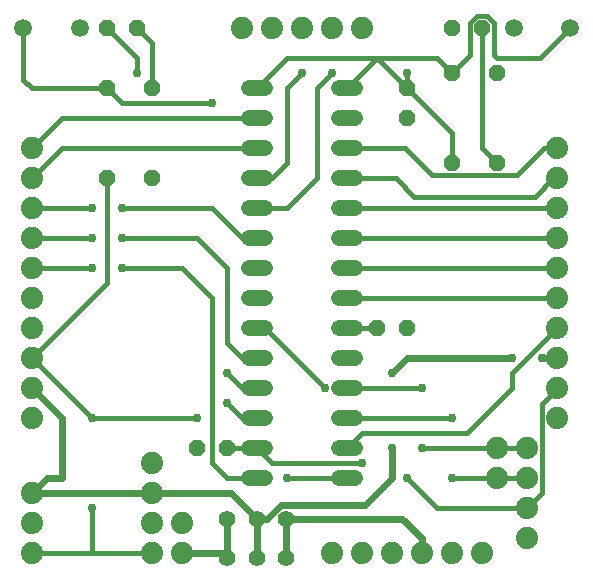
<source format=gbr>
G04 EAGLE Gerber RS-274X export*
G75*
%MOMM*%
%FSLAX34Y34*%
%LPD*%
%INTop Copper*%
%IPPOS*%
%AMOC8*
5,1,8,0,0,1.08239X$1,22.5*%
G01*
%ADD10P,1.429621X8X292.500000*%
%ADD11P,1.429621X8X202.500000*%
%ADD12P,1.429621X8X22.500000*%
%ADD13P,1.429621X8X112.500000*%
%ADD14C,1.320800*%
%ADD15C,1.879600*%
%ADD16C,1.408000*%
%ADD17C,1.508000*%
%ADD18C,0.406400*%
%ADD19C,0.609600*%
%ADD20C,0.756400*%


D10*
X342900Y419100D03*
X342900Y393700D03*
D11*
X190500Y114300D03*
X165100Y114300D03*
D12*
X317500Y215900D03*
X342900Y215900D03*
X381000Y469900D03*
X406400Y469900D03*
X88900Y469900D03*
X114300Y469900D03*
D10*
X419100Y431800D03*
X419100Y355600D03*
D13*
X127000Y342900D03*
X127000Y419100D03*
D10*
X381000Y431800D03*
X381000Y355600D03*
X88900Y419100D03*
X88900Y342900D03*
D14*
X209296Y419100D02*
X222504Y419100D01*
X222504Y393700D02*
X209296Y393700D01*
X209296Y368300D02*
X222504Y368300D01*
X222504Y342900D02*
X209296Y342900D01*
X209296Y317500D02*
X222504Y317500D01*
X222504Y292100D02*
X209296Y292100D01*
X209296Y266700D02*
X222504Y266700D01*
X222504Y241300D02*
X209296Y241300D01*
X209296Y215900D02*
X222504Y215900D01*
X222504Y190500D02*
X209296Y190500D01*
X209296Y165100D02*
X222504Y165100D01*
X222504Y139700D02*
X209296Y139700D01*
X209296Y114300D02*
X222504Y114300D01*
X222504Y88900D02*
X209296Y88900D01*
X285496Y88900D02*
X298704Y88900D01*
X298704Y114300D02*
X285496Y114300D01*
X285496Y139700D02*
X298704Y139700D01*
X298704Y165100D02*
X285496Y165100D01*
X285496Y190500D02*
X298704Y190500D01*
X298704Y215900D02*
X285496Y215900D01*
X285496Y241300D02*
X298704Y241300D01*
X298704Y266700D02*
X285496Y266700D01*
X285496Y292100D02*
X298704Y292100D01*
X298704Y317500D02*
X285496Y317500D01*
X285496Y342900D02*
X298704Y342900D01*
X298704Y368300D02*
X285496Y368300D01*
X285496Y393700D02*
X298704Y393700D01*
X298704Y419100D02*
X285496Y419100D01*
D15*
X419100Y114300D03*
X419100Y88900D03*
X469900Y368300D03*
X469900Y342900D03*
X469900Y317500D03*
X469900Y292100D03*
X469900Y266700D03*
X469900Y241300D03*
X469900Y215900D03*
X469900Y190500D03*
X469900Y165100D03*
X469900Y139700D03*
X25400Y139700D03*
X25400Y165100D03*
X25400Y190500D03*
X25400Y215900D03*
X25400Y241300D03*
X25400Y368300D03*
X25400Y342900D03*
X25400Y317500D03*
X25400Y292100D03*
X25400Y266700D03*
X25400Y76200D03*
X25400Y25400D03*
X25400Y50800D03*
X152400Y50800D03*
X152400Y25400D03*
D16*
X215900Y54600D03*
X190900Y54600D03*
X240900Y54600D03*
X240900Y21600D03*
X215900Y21600D03*
X190900Y21600D03*
D15*
X127000Y25400D03*
X127000Y50800D03*
X127000Y76200D03*
X127000Y101600D03*
X406400Y25400D03*
X381000Y25400D03*
X355600Y25400D03*
X330200Y25400D03*
X304800Y25400D03*
X279400Y25400D03*
X203200Y469900D03*
X228600Y469900D03*
X254000Y469900D03*
X279400Y469900D03*
X304800Y469900D03*
X444500Y38100D03*
X444500Y63500D03*
X444500Y88900D03*
X444500Y114300D03*
D17*
X481200Y469900D03*
X433200Y469900D03*
X17910Y469900D03*
X65910Y469900D03*
D18*
X406400Y469900D02*
X406400Y368300D01*
X419100Y355600D01*
X127000Y457200D02*
X114300Y469900D01*
X127000Y457200D02*
X127000Y419100D01*
D19*
X190900Y54600D02*
X190900Y21600D01*
X187100Y25400D02*
X152400Y25400D01*
X187100Y25400D02*
X190900Y21600D01*
D18*
X190500Y114300D02*
X215900Y114300D01*
X292100Y419100D02*
X317500Y444500D01*
X342900Y419100D01*
X342900Y431800D01*
X342900Y419100D02*
X381000Y381000D01*
X381000Y355600D01*
X469900Y165100D02*
X456946Y152146D01*
X456946Y120174D02*
X457454Y119666D01*
X457454Y76454D01*
X444500Y63500D01*
X456946Y120174D02*
X456946Y152146D01*
D20*
X342900Y431800D03*
D18*
X88900Y254000D02*
X25400Y190500D01*
X88900Y254000D02*
X88900Y342900D01*
D20*
X76200Y63500D03*
X76200Y139700D03*
X165100Y139700D03*
D18*
X76200Y25400D02*
X25400Y25400D01*
X76200Y25400D02*
X127000Y25400D01*
X76200Y25400D02*
X76200Y63500D01*
X76200Y139700D02*
X25400Y190500D01*
X76200Y139700D02*
X165100Y139700D01*
X368300Y63500D02*
X444500Y63500D01*
X368300Y63500D02*
X342900Y88900D01*
D20*
X342900Y88900D03*
X304800Y101600D03*
D18*
X228600Y101600D01*
X215900Y114300D01*
D19*
X240900Y54600D02*
X240900Y21600D01*
X355600Y25400D02*
X355600Y38100D01*
X339100Y54600D01*
X240900Y54600D01*
D18*
X292100Y215900D02*
X317500Y215900D01*
X455800Y444500D02*
X481200Y469900D01*
X455800Y444500D02*
X419100Y444500D01*
X416560Y474108D02*
X410608Y480060D01*
X402192Y480060D01*
X396240Y474108D01*
X416560Y447040D02*
X419100Y444500D01*
X396240Y447040D02*
X381000Y431800D01*
X416560Y447040D02*
X416560Y474108D01*
X396240Y474108D02*
X396240Y447040D01*
X241300Y444500D02*
X215900Y419100D01*
X368300Y444500D02*
X381000Y431800D01*
X368300Y444500D02*
X241300Y444500D01*
D20*
X254000Y431800D03*
D18*
X241300Y419100D01*
X241300Y355600D01*
X228600Y342900D01*
X215900Y342900D01*
D20*
X279400Y431800D03*
D18*
X266700Y419100D01*
X266700Y342900D01*
X241300Y317500D01*
X215900Y317500D01*
X114300Y444500D02*
X88900Y469900D01*
X114300Y444500D02*
X114300Y431800D01*
D20*
X114300Y431800D03*
X190500Y152400D03*
D18*
X203200Y139700D01*
X215900Y139700D01*
X17910Y426590D02*
X17910Y469900D01*
X17910Y426590D02*
X25400Y419100D01*
X88900Y419100D01*
X101600Y406400D01*
X177800Y406400D01*
D20*
X177800Y406400D03*
X190500Y177800D03*
D18*
X203200Y165100D01*
X215900Y165100D01*
X292100Y139700D02*
X381000Y139700D01*
D20*
X381000Y139700D03*
X381000Y88900D03*
D18*
X419100Y88900D01*
X444500Y88900D01*
X355600Y165100D02*
X292100Y165100D01*
D20*
X355600Y165100D03*
X355600Y114300D03*
D18*
X419100Y114300D01*
X444500Y114300D01*
D20*
X273586Y165100D03*
D18*
X222786Y215900D01*
X215900Y215900D01*
X50800Y393700D02*
X25400Y368300D01*
X50800Y393700D02*
X215900Y393700D01*
X50800Y368300D02*
X25400Y342900D01*
X50800Y368300D02*
X215900Y368300D01*
X76200Y317500D02*
X25400Y317500D01*
D20*
X76200Y317500D03*
X101600Y317500D03*
D18*
X177800Y317500D01*
X203200Y292100D01*
X215900Y292100D01*
X76200Y292100D02*
X25400Y292100D01*
D20*
X76200Y292100D03*
X101600Y292100D03*
D18*
X165100Y292100D01*
X190500Y266700D01*
X190500Y203200D02*
X203200Y190500D01*
X215900Y190500D01*
X190500Y203200D02*
X190500Y266700D01*
X292100Y241300D02*
X469900Y241300D01*
X469900Y266700D02*
X292100Y266700D01*
X292100Y292100D02*
X469900Y292100D01*
X469900Y317500D02*
X292100Y317500D01*
X292100Y342900D02*
X333329Y342900D01*
X349077Y327152D01*
X466771Y342900D02*
X469900Y342900D01*
X451023Y327152D02*
X349077Y327152D01*
X451023Y327152D02*
X466771Y342900D01*
X341232Y368300D02*
X292100Y368300D01*
X341232Y368300D02*
X364092Y345440D01*
X458868Y368300D02*
X469900Y368300D01*
X436008Y345440D02*
X364092Y345440D01*
X436008Y345440D02*
X458868Y368300D01*
X292100Y88900D02*
X241300Y88900D01*
D20*
X241300Y88900D03*
D18*
X76200Y266700D02*
X25400Y266700D01*
D20*
X76200Y266700D03*
X101600Y266700D03*
D18*
X152400Y266700D01*
X177800Y241300D02*
X177800Y101600D01*
X190500Y88900D01*
X215900Y88900D01*
X177800Y241300D02*
X152400Y266700D01*
X292100Y114300D02*
X304800Y127000D01*
X393700Y127000D01*
X431800Y165100D01*
X431800Y177800D01*
X469900Y215900D01*
D19*
X215900Y54600D02*
X215900Y21600D01*
X215900Y54600D02*
X194300Y76200D01*
X127000Y76200D01*
X215900Y54600D02*
X224478Y54600D01*
X236090Y66212D01*
X307512Y66212D02*
X330200Y88900D01*
X307512Y66212D02*
X236090Y66212D01*
X330200Y88900D02*
X330200Y114300D01*
D20*
X330200Y114300D03*
X330200Y177800D03*
D19*
X342900Y190500D01*
X431800Y190500D01*
D20*
X431800Y190500D03*
X457200Y190500D03*
D19*
X469900Y190500D01*
X127000Y76200D02*
X25400Y76200D01*
X50800Y139700D02*
X25400Y165100D01*
X50800Y139700D02*
X50800Y88900D01*
X38100Y88900D02*
X25400Y76200D01*
X38100Y88900D02*
X50800Y88900D01*
M02*

</source>
